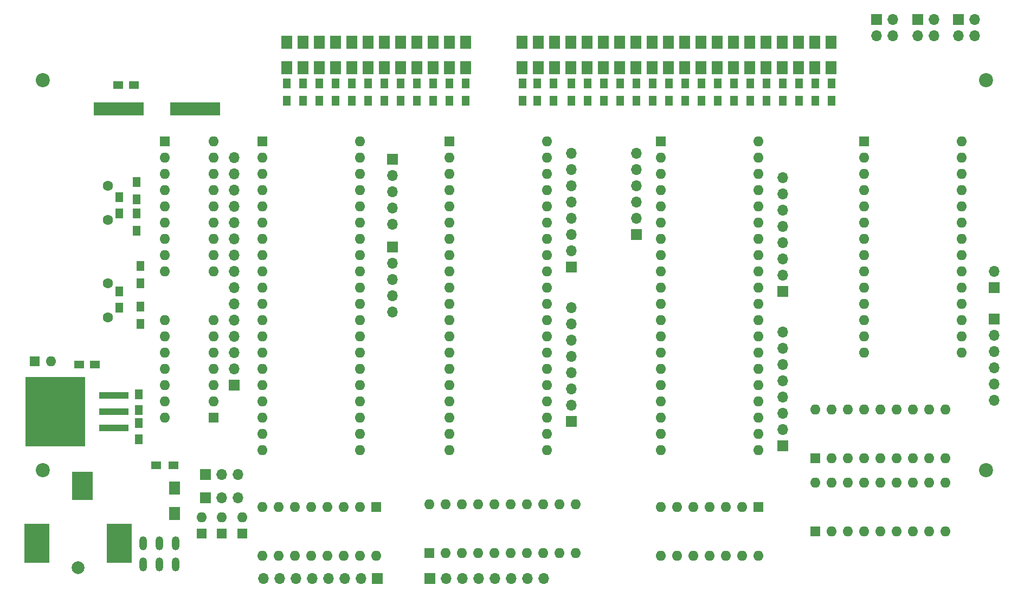
<source format=gts>
G04 #@! TF.FileFunction,Soldermask,Top*
%FSLAX46Y46*%
G04 Gerber Fmt 4.6, Leading zero omitted, Abs format (unit mm)*
G04 Created by KiCad (PCBNEW 4.0.3-stable) date 10/13/17 00:19:33*
%MOMM*%
%LPD*%
G01*
G04 APERTURE LIST*
%ADD10C,0.100000*%
%ADD11C,2.200000*%
%ADD12O,1.200000X2.200000*%
%ADD13R,1.700000X1.700000*%
%ADD14O,1.700000X1.700000*%
%ADD15R,1.700000X2.000000*%
%ADD16R,1.600000X1.600000*%
%ADD17O,1.600000X1.600000*%
%ADD18R,1.250000X1.500000*%
%ADD19R,1.500000X1.250000*%
%ADD20R,3.300000X4.400000*%
%ADD21R,3.900000X6.200000*%
%ADD22C,2.000000*%
%ADD23R,1.300000X1.500000*%
%ADD24R,1.500000X1.300000*%
%ADD25C,1.600000*%
%ADD26R,7.875000X2.000000*%
%ADD27R,4.600000X1.100000*%
%ADD28R,9.400000X10.800000*%
G04 APERTURE END LIST*
D10*
D11*
X80010000Y-54610000D03*
X227330000Y-54610000D03*
X227330000Y-115570000D03*
D12*
X95631000Y-127002000D03*
X95631000Y-130302000D03*
X98171000Y-127002000D03*
X98171000Y-130302000D03*
X100711000Y-127002000D03*
X100711000Y-130302000D03*
D13*
X223012000Y-45085000D03*
D14*
X225552000Y-45085000D03*
X223012000Y-47625000D03*
X225552000Y-47625000D03*
D13*
X216662000Y-45085000D03*
D14*
X219202000Y-45085000D03*
X216662000Y-47625000D03*
X219202000Y-47625000D03*
D15*
X185274268Y-48672284D03*
X185274268Y-52672284D03*
X164954268Y-48672284D03*
X164954268Y-52672284D03*
X135854168Y-48641108D03*
X135854168Y-52641108D03*
D16*
X114300000Y-64135000D03*
D17*
X129540000Y-112395000D03*
X114300000Y-66675000D03*
X129540000Y-109855000D03*
X114300000Y-69215000D03*
X129540000Y-107315000D03*
X114300000Y-71755000D03*
X129540000Y-104775000D03*
X114300000Y-74295000D03*
X129540000Y-102235000D03*
X114300000Y-76835000D03*
X129540000Y-99695000D03*
X114300000Y-79375000D03*
X129540000Y-97155000D03*
X114300000Y-81915000D03*
X129540000Y-94615000D03*
X114300000Y-84455000D03*
X129540000Y-92075000D03*
X114300000Y-86995000D03*
X129540000Y-89535000D03*
X114300000Y-89535000D03*
X129540000Y-86995000D03*
X114300000Y-92075000D03*
X129540000Y-84455000D03*
X114300000Y-94615000D03*
X129540000Y-81915000D03*
X114300000Y-97155000D03*
X129540000Y-79375000D03*
X114300000Y-99695000D03*
X129540000Y-76835000D03*
X114300000Y-102235000D03*
X129540000Y-74295000D03*
X114300000Y-104775000D03*
X129540000Y-71755000D03*
X114300000Y-107315000D03*
X129540000Y-69215000D03*
X114300000Y-109855000D03*
X129540000Y-66675000D03*
X114300000Y-112395000D03*
X129540000Y-64135000D03*
D18*
X91948000Y-90150000D03*
X91948000Y-87650000D03*
X91948000Y-75418000D03*
X91948000Y-72918000D03*
D19*
X94214000Y-55372000D03*
X91714000Y-55372000D03*
D18*
X94996000Y-103672000D03*
X94996000Y-106172000D03*
D19*
X85618000Y-99060000D03*
X88118000Y-99060000D03*
D20*
X86198000Y-118000000D03*
D21*
X79048000Y-127000000D03*
X91948000Y-127000000D03*
D22*
X85498000Y-130800000D03*
D16*
X107950000Y-125476000D03*
D17*
X107950000Y-122936000D03*
D16*
X78740000Y-98552000D03*
D17*
X81280000Y-98552000D03*
D15*
X203054268Y-48672284D03*
X203054268Y-52672284D03*
X182734268Y-48672284D03*
X182734268Y-52672284D03*
X200514268Y-48672284D03*
X200514268Y-52672284D03*
X180194268Y-48672284D03*
X180194268Y-52672284D03*
X197974268Y-48672284D03*
X197974268Y-52672284D03*
X177654268Y-48672284D03*
X177654268Y-52672284D03*
X195434268Y-48672284D03*
X195434268Y-52672284D03*
X175114268Y-48672284D03*
X175114268Y-52672284D03*
X192894268Y-48672284D03*
X192894268Y-52672284D03*
X172574268Y-48672284D03*
X172574268Y-52672284D03*
X190354268Y-48672284D03*
X190354268Y-52672284D03*
X170034268Y-48672284D03*
X170034268Y-52672284D03*
X187814268Y-48672284D03*
X187814268Y-52672284D03*
X167494268Y-48672284D03*
X167494268Y-52672284D03*
X162414268Y-48672284D03*
X162414268Y-52672284D03*
X159874268Y-48672284D03*
X159874268Y-52672284D03*
X133314168Y-48641108D03*
X133314168Y-52641108D03*
X157334268Y-48672284D03*
X157334268Y-52672284D03*
X130774168Y-48641108D03*
X130774168Y-52641108D03*
X154794268Y-48672284D03*
X154794268Y-52672284D03*
X128234168Y-48641108D03*
X128234168Y-52641108D03*
X123154168Y-48641108D03*
X123154168Y-52641108D03*
X125694168Y-48641108D03*
X125694168Y-52641108D03*
X120614168Y-48641108D03*
X120614168Y-52641108D03*
X118074168Y-48641108D03*
X118074168Y-52641108D03*
X146014168Y-48641108D03*
X146014168Y-52641108D03*
X143474168Y-48641108D03*
X143474168Y-52641108D03*
X140934168Y-48641108D03*
X140934168Y-52641108D03*
X138394168Y-48641108D03*
X138394168Y-52641108D03*
X100584000Y-122364000D03*
X100584000Y-118364000D03*
D13*
X105410000Y-116205000D03*
D14*
X107950000Y-116205000D03*
X110490000Y-116205000D03*
D13*
X162560000Y-107950000D03*
D14*
X162560000Y-105410000D03*
X162560000Y-102870000D03*
X162560000Y-100330000D03*
X162560000Y-97790000D03*
X162560000Y-95250000D03*
X162560000Y-92710000D03*
X162560000Y-90170000D03*
D13*
X162560000Y-83820000D03*
D14*
X162560000Y-81280000D03*
X162560000Y-78740000D03*
X162560000Y-76200000D03*
X162560000Y-73660000D03*
X162560000Y-71120000D03*
X162560000Y-68580000D03*
X162560000Y-66040000D03*
D13*
X228600000Y-86995000D03*
D14*
X228600000Y-84455000D03*
D13*
X172720000Y-78740000D03*
D14*
X172720000Y-76200000D03*
X172720000Y-73660000D03*
X172720000Y-71120000D03*
X172720000Y-68580000D03*
X172720000Y-66040000D03*
D13*
X195580000Y-111760000D03*
D14*
X195580000Y-109220000D03*
X195580000Y-106680000D03*
X195580000Y-104140000D03*
X195580000Y-101600000D03*
X195580000Y-99060000D03*
X195580000Y-96520000D03*
X195580000Y-93980000D03*
D13*
X195580000Y-87630000D03*
D14*
X195580000Y-85090000D03*
X195580000Y-82550000D03*
X195580000Y-80010000D03*
X195580000Y-77470000D03*
X195580000Y-74930000D03*
X195580000Y-72390000D03*
X195580000Y-69850000D03*
D13*
X210185000Y-45085000D03*
D14*
X212725000Y-45085000D03*
X210185000Y-47625000D03*
X212725000Y-47625000D03*
D23*
X94615000Y-73185000D03*
X94615000Y-70485000D03*
X95250000Y-90010000D03*
X95250000Y-92710000D03*
X94615000Y-75405000D03*
X94615000Y-78105000D03*
X95250000Y-83660000D03*
X95250000Y-86360000D03*
X203200000Y-57818000D03*
X203200000Y-55118000D03*
X182880000Y-57818000D03*
X182880000Y-55118000D03*
X200660000Y-57818000D03*
X200660000Y-55118000D03*
X180340000Y-57818000D03*
X180340000Y-55118000D03*
X198120000Y-57818000D03*
X198120000Y-55118000D03*
X177800000Y-57818000D03*
X177800000Y-55118000D03*
X195580000Y-57818000D03*
X195580000Y-55118000D03*
X175260000Y-57818000D03*
X175260000Y-55118000D03*
X193040000Y-57818000D03*
X193040000Y-55118000D03*
X172720000Y-57818000D03*
X172720000Y-55118000D03*
X190500000Y-57818000D03*
X190500000Y-55118000D03*
X170180000Y-57818000D03*
X170180000Y-55118000D03*
X187960000Y-57818000D03*
X187960000Y-55118000D03*
X167640000Y-57818000D03*
X167640000Y-55118000D03*
X185420000Y-57818000D03*
X185420000Y-55118000D03*
X165100000Y-57818000D03*
X165100000Y-55118000D03*
X162560000Y-57818000D03*
X162560000Y-55118000D03*
X135890000Y-57818000D03*
X135890000Y-55118000D03*
X159766000Y-57818000D03*
X159766000Y-55118000D03*
X133350000Y-57818000D03*
X133350000Y-55118000D03*
X157226000Y-57818000D03*
X157226000Y-55118000D03*
X130810000Y-57818000D03*
X130810000Y-55118000D03*
X154940000Y-57818000D03*
X154940000Y-55118000D03*
X128270000Y-57818000D03*
X128270000Y-55118000D03*
X123190000Y-57818000D03*
X123190000Y-55118000D03*
X125730000Y-57818000D03*
X125730000Y-55118000D03*
X120650000Y-57818000D03*
X120650000Y-55118000D03*
X118110000Y-57818000D03*
X118110000Y-55118000D03*
X146050000Y-57818000D03*
X146050000Y-55118000D03*
X143510000Y-57818000D03*
X143510000Y-55118000D03*
X140970000Y-57818000D03*
X140970000Y-55118000D03*
X138430000Y-57818000D03*
X138430000Y-55118000D03*
D24*
X100410000Y-114808000D03*
X97710000Y-114808000D03*
D25*
X90170000Y-91660000D03*
X90170000Y-86360000D03*
X90170000Y-76420000D03*
X90170000Y-71120000D03*
D16*
X99060000Y-64135000D03*
D17*
X106680000Y-84455000D03*
X99060000Y-66675000D03*
X106680000Y-81915000D03*
X99060000Y-69215000D03*
X106680000Y-79375000D03*
X99060000Y-71755000D03*
X106680000Y-76835000D03*
X99060000Y-74295000D03*
X106680000Y-74295000D03*
X99060000Y-76835000D03*
X106680000Y-71755000D03*
X99060000Y-79375000D03*
X106680000Y-69215000D03*
X99060000Y-81915000D03*
X106680000Y-66675000D03*
X99060000Y-84455000D03*
X106680000Y-64135000D03*
D16*
X143510000Y-64135000D03*
D17*
X158750000Y-112395000D03*
X143510000Y-66675000D03*
X158750000Y-109855000D03*
X143510000Y-69215000D03*
X158750000Y-107315000D03*
X143510000Y-71755000D03*
X158750000Y-104775000D03*
X143510000Y-74295000D03*
X158750000Y-102235000D03*
X143510000Y-76835000D03*
X158750000Y-99695000D03*
X143510000Y-79375000D03*
X158750000Y-97155000D03*
X143510000Y-81915000D03*
X158750000Y-94615000D03*
X143510000Y-84455000D03*
X158750000Y-92075000D03*
X143510000Y-86995000D03*
X158750000Y-89535000D03*
X143510000Y-89535000D03*
X158750000Y-86995000D03*
X143510000Y-92075000D03*
X158750000Y-84455000D03*
X143510000Y-94615000D03*
X158750000Y-81915000D03*
X143510000Y-97155000D03*
X158750000Y-79375000D03*
X143510000Y-99695000D03*
X158750000Y-76835000D03*
X143510000Y-102235000D03*
X158750000Y-74295000D03*
X143510000Y-104775000D03*
X158750000Y-71755000D03*
X143510000Y-107315000D03*
X158750000Y-69215000D03*
X143510000Y-109855000D03*
X158750000Y-66675000D03*
X143510000Y-112395000D03*
X158750000Y-64135000D03*
D16*
X176530000Y-64135000D03*
D17*
X191770000Y-112395000D03*
X176530000Y-66675000D03*
X191770000Y-109855000D03*
X176530000Y-69215000D03*
X191770000Y-107315000D03*
X176530000Y-71755000D03*
X191770000Y-104775000D03*
X176530000Y-74295000D03*
X191770000Y-102235000D03*
X176530000Y-76835000D03*
X191770000Y-99695000D03*
X176530000Y-79375000D03*
X191770000Y-97155000D03*
X176530000Y-81915000D03*
X191770000Y-94615000D03*
X176530000Y-84455000D03*
X191770000Y-92075000D03*
X176530000Y-86995000D03*
X191770000Y-89535000D03*
X176530000Y-89535000D03*
X191770000Y-86995000D03*
X176530000Y-92075000D03*
X191770000Y-84455000D03*
X176530000Y-94615000D03*
X191770000Y-81915000D03*
X176530000Y-97155000D03*
X191770000Y-79375000D03*
X176530000Y-99695000D03*
X191770000Y-76835000D03*
X176530000Y-102235000D03*
X191770000Y-74295000D03*
X176530000Y-104775000D03*
X191770000Y-71755000D03*
X176530000Y-107315000D03*
X191770000Y-69215000D03*
X176530000Y-109855000D03*
X191770000Y-66675000D03*
X176530000Y-112395000D03*
X191770000Y-64135000D03*
D16*
X208280000Y-64135000D03*
D17*
X223520000Y-97155000D03*
X208280000Y-66675000D03*
X223520000Y-94615000D03*
X208280000Y-69215000D03*
X223520000Y-92075000D03*
X208280000Y-71755000D03*
X223520000Y-89535000D03*
X208280000Y-74295000D03*
X223520000Y-86995000D03*
X208280000Y-76835000D03*
X223520000Y-84455000D03*
X208280000Y-79375000D03*
X223520000Y-81915000D03*
X208280000Y-81915000D03*
X223520000Y-79375000D03*
X208280000Y-84455000D03*
X223520000Y-76835000D03*
X208280000Y-86995000D03*
X223520000Y-74295000D03*
X208280000Y-89535000D03*
X223520000Y-71755000D03*
X208280000Y-92075000D03*
X223520000Y-69215000D03*
X208280000Y-94615000D03*
X223520000Y-66675000D03*
X208280000Y-97155000D03*
X223520000Y-64135000D03*
D16*
X191770000Y-121285000D03*
D17*
X176530000Y-128905000D03*
X189230000Y-121285000D03*
X179070000Y-128905000D03*
X186690000Y-121285000D03*
X181610000Y-128905000D03*
X184150000Y-121285000D03*
X184150000Y-128905000D03*
X181610000Y-121285000D03*
X186690000Y-128905000D03*
X179070000Y-121285000D03*
X189230000Y-128905000D03*
X176530000Y-121285000D03*
X191770000Y-128905000D03*
D16*
X132080000Y-121285000D03*
D17*
X114300000Y-128905000D03*
X129540000Y-121285000D03*
X116840000Y-128905000D03*
X127000000Y-121285000D03*
X119380000Y-128905000D03*
X124460000Y-121285000D03*
X121920000Y-128905000D03*
X121920000Y-121285000D03*
X124460000Y-128905000D03*
X119380000Y-121285000D03*
X127000000Y-128905000D03*
X116840000Y-121285000D03*
X129540000Y-128905000D03*
X114300000Y-121285000D03*
X132080000Y-128905000D03*
D16*
X200660000Y-125095000D03*
D17*
X220980000Y-117475000D03*
X203200000Y-125095000D03*
X218440000Y-117475000D03*
X205740000Y-125095000D03*
X215900000Y-117475000D03*
X208280000Y-125095000D03*
X213360000Y-117475000D03*
X210820000Y-125095000D03*
X210820000Y-117475000D03*
X213360000Y-125095000D03*
X208280000Y-117475000D03*
X215900000Y-125095000D03*
X205740000Y-117475000D03*
X218440000Y-125095000D03*
X203200000Y-117475000D03*
X220980000Y-125095000D03*
X200660000Y-117475000D03*
D16*
X200660000Y-113665000D03*
D17*
X220980000Y-106045000D03*
X203200000Y-113665000D03*
X218440000Y-106045000D03*
X205740000Y-113665000D03*
X215900000Y-106045000D03*
X208280000Y-113665000D03*
X213360000Y-106045000D03*
X210820000Y-113665000D03*
X210820000Y-106045000D03*
X213360000Y-113665000D03*
X208280000Y-106045000D03*
X215900000Y-113665000D03*
X205740000Y-106045000D03*
X218440000Y-113665000D03*
X203200000Y-106045000D03*
X220980000Y-113665000D03*
X200660000Y-106045000D03*
D16*
X106680000Y-107315000D03*
D17*
X99060000Y-92075000D03*
X106680000Y-104775000D03*
X99060000Y-94615000D03*
X106680000Y-102235000D03*
X99060000Y-97155000D03*
X106680000Y-99695000D03*
X99060000Y-99695000D03*
X106680000Y-97155000D03*
X99060000Y-102235000D03*
X106680000Y-94615000D03*
X99060000Y-104775000D03*
X106680000Y-92075000D03*
X99060000Y-107315000D03*
D26*
X91852500Y-59055000D03*
X103727500Y-59055000D03*
D13*
X105410000Y-119888000D03*
D14*
X107950000Y-119888000D03*
X110490000Y-119888000D03*
D13*
X228600000Y-91948000D03*
D14*
X228600000Y-94488000D03*
X228600000Y-97028000D03*
X228600000Y-99568000D03*
X228600000Y-102108000D03*
X228600000Y-104648000D03*
D13*
X109855000Y-102235000D03*
D14*
X109855000Y-99695000D03*
X109855000Y-97155000D03*
X109855000Y-94615000D03*
X109855000Y-92075000D03*
X109855000Y-89535000D03*
X109855000Y-86995000D03*
X109855000Y-84455000D03*
X109855000Y-81915000D03*
X109855000Y-79375000D03*
X109855000Y-76835000D03*
X109855000Y-74295000D03*
X109855000Y-71755000D03*
X109855000Y-69215000D03*
X109855000Y-66675000D03*
D13*
X134620000Y-80645000D03*
D14*
X134620000Y-83185000D03*
X134620000Y-85725000D03*
X134620000Y-88265000D03*
X134620000Y-90805000D03*
D13*
X134620000Y-66929000D03*
D14*
X134620000Y-69469000D03*
X134620000Y-72009000D03*
X134620000Y-74549000D03*
X134620000Y-77089000D03*
D13*
X140462000Y-132461000D03*
D14*
X143002000Y-132461000D03*
X145542000Y-132461000D03*
X148082000Y-132461000D03*
X150622000Y-132461000D03*
X153162000Y-132461000D03*
X155702000Y-132461000D03*
X158242000Y-132461000D03*
D13*
X132207000Y-132461000D03*
D14*
X129667000Y-132461000D03*
X127127000Y-132461000D03*
X124587000Y-132461000D03*
X122047000Y-132461000D03*
X119507000Y-132461000D03*
X116967000Y-132461000D03*
X114427000Y-132461000D03*
D16*
X140335000Y-128524000D03*
D17*
X163195000Y-120904000D03*
X142875000Y-128524000D03*
X160655000Y-120904000D03*
X145415000Y-128524000D03*
X158115000Y-120904000D03*
X147955000Y-128524000D03*
X155575000Y-120904000D03*
X150495000Y-128524000D03*
X153035000Y-120904000D03*
X153035000Y-128524000D03*
X150495000Y-120904000D03*
X155575000Y-128524000D03*
X147955000Y-120904000D03*
X158115000Y-128524000D03*
X145415000Y-120904000D03*
X160655000Y-128524000D03*
X142875000Y-120904000D03*
X163195000Y-128524000D03*
X140335000Y-120904000D03*
D16*
X111125000Y-125476000D03*
D17*
X111125000Y-122936000D03*
D16*
X104775000Y-125476000D03*
D17*
X104775000Y-122936000D03*
D11*
X80010000Y-115570000D03*
D18*
X94996000Y-110704000D03*
X94996000Y-108204000D03*
D27*
X91053000Y-108985000D03*
X91053000Y-106445000D03*
X91053000Y-103905000D03*
D28*
X81903000Y-106445000D03*
M02*

</source>
